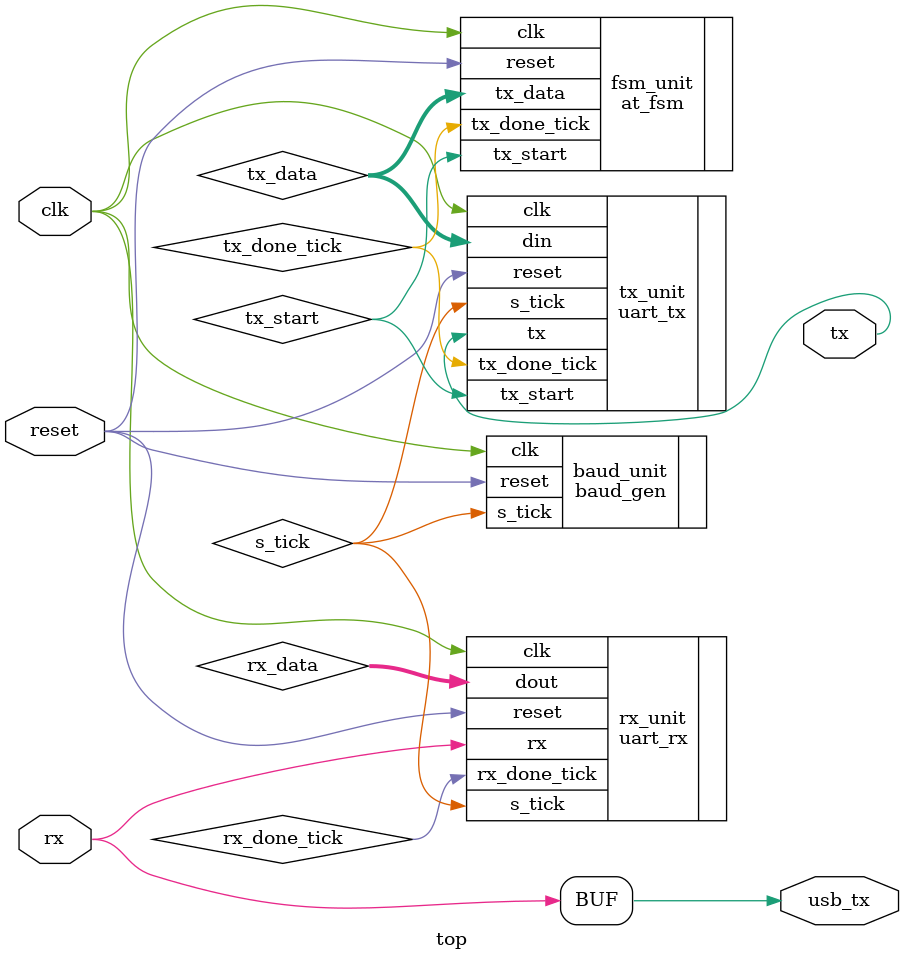
<source format=v>
`timescale 1ns / 1ps

// TOP MODULE (to just check the AT command)
module top(
    input  wire clk,
    input  wire reset,
    input  wire rx,
    output wire tx,
    output wire usb_tx // To PC (Telnet)
);
   


    // internal signals
    wire s_tick;
    wire tx_start;
    wire tx_done_tick;
    wire [7:0] tx_data;

    wire rx_done_tick;
    wire [7:0] rx_data;
    
    assign usb_tx = rx; // This forwards everything the ESP32 says to your PC
   
    // --------------------------------
    // baud rate generator
    // --------------------------------
    baud_gen baud_unit (
        .clk(clk),
        .reset(reset),
        .s_tick(s_tick)
    );

    // --------------------------------
    // AT-command FSM
    // --------------------------------
    at_fsm fsm_unit (
        .clk(clk),
        .reset(reset),
        .tx_done_tick(tx_done_tick),
        .tx_start(tx_start),
        .tx_data(tx_data)
    );

    // --------------------------------
    // UART transmitter
    // --------------------------------
    uart_tx tx_unit (
        .clk(clk),
        .reset(reset),
        .tx_start(tx_start),
        .s_tick(s_tick),
        .din(tx_data),
        .tx_done_tick(tx_done_tick),
        .tx(tx)
    );

    // --------------------------------
    // UART receiver
    // --------------------------------
    uart_rx rx_unit (
        .clk(clk),
        .reset(reset),
        .rx(rx),
        .s_tick(s_tick),
        .rx_done_tick(rx_done_tick),
        .dout(rx_data)
    );

endmodule
</source>
